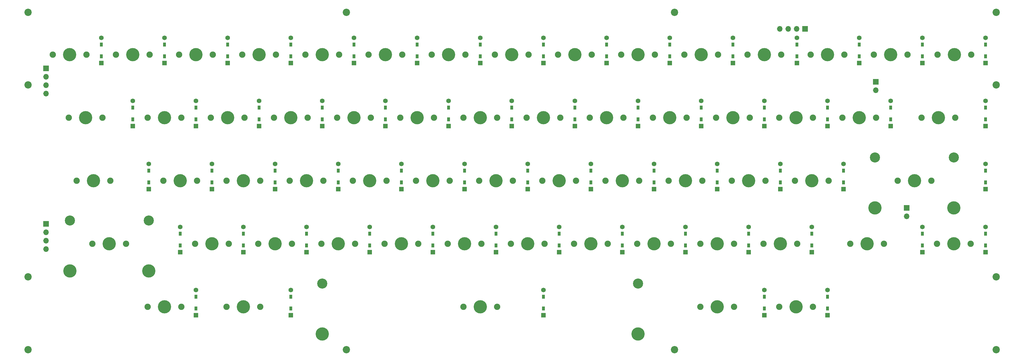
<source format=gbr>
G04 #@! TF.GenerationSoftware,KiCad,Pcbnew,(6.0.11)*
G04 #@! TF.CreationDate,2024-11-25T11:34:00+09:00*
G04 #@! TF.ProjectId,Flame60_PCB_Layer1,466c616d-6536-4305-9f50-43425f4c6179,rev?*
G04 #@! TF.SameCoordinates,Original*
G04 #@! TF.FileFunction,Soldermask,Top*
G04 #@! TF.FilePolarity,Negative*
%FSLAX46Y46*%
G04 Gerber Fmt 4.6, Leading zero omitted, Abs format (unit mm)*
G04 Created by KiCad (PCBNEW (6.0.11)) date 2024-11-25 11:34:00*
%MOMM*%
%LPD*%
G01*
G04 APERTURE LIST*
%ADD10C,4.000000*%
%ADD11C,1.900000*%
%ADD12C,2.200000*%
%ADD13C,3.050000*%
%ADD14R,0.950000X1.300000*%
%ADD15R,1.397000X1.397000*%
%ADD16C,1.397000*%
%ADD17R,1.700000X1.700000*%
%ADD18O,1.700000X1.700000*%
G04 APERTURE END LIST*
D10*
X345281250Y-130968750D03*
D11*
X350361250Y-130968750D03*
X340201250Y-130968750D03*
X88423750Y-92868750D03*
X78263750Y-92868750D03*
D10*
X83343750Y-92868750D03*
D11*
X149701250Y-73818750D03*
X159861250Y-73818750D03*
D10*
X154781250Y-73818750D03*
X85725000Y-111918750D03*
D11*
X80645000Y-111918750D03*
X90805000Y-111918750D03*
D12*
X358000000Y-61000000D03*
D10*
X111918750Y-111918750D03*
D11*
X106838750Y-111918750D03*
X116998750Y-111918750D03*
D12*
X358000000Y-141000000D03*
D11*
X255111250Y-73818750D03*
D10*
X250031250Y-73818750D03*
D11*
X244951250Y-73818750D03*
D10*
X333375000Y-111918750D03*
D13*
X321475000Y-104918750D03*
D10*
X345275000Y-120158750D03*
X321475000Y-120158750D03*
D11*
X338455000Y-111918750D03*
X328295000Y-111918750D03*
D13*
X345275000Y-104918750D03*
D10*
X297656250Y-92868750D03*
D11*
X302736250Y-92868750D03*
X292576250Y-92868750D03*
X116363750Y-130968750D03*
D10*
X121443750Y-130968750D03*
D11*
X126523750Y-130968750D03*
X136048750Y-111918750D03*
X125888750Y-111918750D03*
D10*
X130968750Y-111918750D03*
X273843750Y-130968750D03*
D11*
X278923750Y-130968750D03*
X268763750Y-130968750D03*
D10*
X140493750Y-130968750D03*
D11*
X135413750Y-130968750D03*
X145573750Y-130968750D03*
D12*
X162000000Y-163000000D03*
D11*
X240823750Y-130968750D03*
X230663750Y-130968750D03*
D10*
X235743750Y-130968750D03*
D12*
X261000000Y-163000000D03*
X66000000Y-61000000D03*
D10*
X97631250Y-73818750D03*
D11*
X92551250Y-73818750D03*
X102711250Y-73818750D03*
X278288750Y-111918750D03*
D10*
X283368750Y-111918750D03*
D11*
X288448750Y-111918750D03*
X73501250Y-73818750D03*
D10*
X78581250Y-73818750D03*
D11*
X83661250Y-73818750D03*
D10*
X164306250Y-92868750D03*
D11*
X159226250Y-92868750D03*
X169386250Y-92868750D03*
X217011250Y-73818750D03*
D10*
X211931250Y-73818750D03*
D11*
X206851250Y-73818750D03*
X216376250Y-92868750D03*
X226536250Y-92868750D03*
D10*
X221456250Y-92868750D03*
D11*
X125888750Y-150018750D03*
X136048750Y-150018750D03*
D10*
X130968750Y-150018750D03*
D13*
X102387500Y-123968750D03*
D11*
X85407500Y-130968750D03*
D10*
X78587500Y-139208750D03*
X90487500Y-130968750D03*
D13*
X78587500Y-123968750D03*
D11*
X95567500Y-130968750D03*
D10*
X102387500Y-139208750D03*
D11*
X283051250Y-73818750D03*
D10*
X288131250Y-73818750D03*
D11*
X293211250Y-73818750D03*
D12*
X358000000Y-163000000D03*
X66000000Y-83000000D03*
D10*
X154781250Y-158258750D03*
X250031250Y-158258750D03*
X202406250Y-150018750D03*
D11*
X207486250Y-150018750D03*
D13*
X250031250Y-143018750D03*
D11*
X197326250Y-150018750D03*
D13*
X154781250Y-143018750D03*
D10*
X188118750Y-111918750D03*
D11*
X193198750Y-111918750D03*
X183038750Y-111918750D03*
X331311250Y-73818750D03*
D10*
X326231250Y-73818750D03*
D11*
X321151250Y-73818750D03*
X121126250Y-92868750D03*
X131286250Y-92868750D03*
D10*
X126206250Y-92868750D03*
D11*
X188436250Y-92868750D03*
D10*
X183356250Y-92868750D03*
D11*
X178276250Y-92868750D03*
D10*
X169068750Y-111918750D03*
D11*
X174148750Y-111918750D03*
X163988750Y-111918750D03*
D10*
X269081250Y-73818750D03*
D11*
X264001250Y-73818750D03*
X274161250Y-73818750D03*
X140811250Y-73818750D03*
X130651250Y-73818750D03*
D10*
X135731250Y-73818750D03*
D11*
X221138750Y-111918750D03*
X231298750Y-111918750D03*
D10*
X226218750Y-111918750D03*
D11*
X155098750Y-111918750D03*
X144938750Y-111918750D03*
D10*
X150018750Y-111918750D03*
D11*
X221773750Y-130968750D03*
X211613750Y-130968750D03*
D10*
X216693750Y-130968750D03*
X116681250Y-73818750D03*
D11*
X111601250Y-73818750D03*
X121761250Y-73818750D03*
X335474500Y-92868750D03*
D10*
X340554500Y-92868750D03*
D11*
X345634500Y-92868750D03*
D10*
X245268750Y-111918750D03*
D11*
X250348750Y-111918750D03*
X240188750Y-111918750D03*
D10*
X173831250Y-73818750D03*
D11*
X168751250Y-73818750D03*
X178911250Y-73818750D03*
D10*
X273843750Y-150018750D03*
D11*
X278923750Y-150018750D03*
X268763750Y-150018750D03*
X259873750Y-130968750D03*
D10*
X254793750Y-130968750D03*
D11*
X249713750Y-130968750D03*
X197961250Y-73818750D03*
D10*
X192881250Y-73818750D03*
D11*
X187801250Y-73818750D03*
X212248750Y-111918750D03*
D10*
X207168750Y-111918750D03*
D11*
X202088750Y-111918750D03*
D10*
X159543750Y-130968750D03*
D11*
X164623750Y-130968750D03*
X154463750Y-130968750D03*
X202723750Y-130968750D03*
X192563750Y-130968750D03*
D10*
X197643750Y-130968750D03*
D11*
X321786250Y-92868750D03*
D10*
X316706250Y-92868750D03*
D11*
X311626250Y-92868750D03*
X307498750Y-111918750D03*
D10*
X302418750Y-111918750D03*
D11*
X297338750Y-111918750D03*
D12*
X66000000Y-163000000D03*
D11*
X302101250Y-73818750D03*
X312261250Y-73818750D03*
D10*
X307181250Y-73818750D03*
D12*
X358000000Y-83000000D03*
D11*
X297973750Y-130968750D03*
D10*
X292893750Y-130968750D03*
D11*
X287813750Y-130968750D03*
D10*
X145256250Y-92868750D03*
D11*
X150336250Y-92868750D03*
X140176250Y-92868750D03*
X173513750Y-130968750D03*
X183673750Y-130968750D03*
D10*
X178593750Y-130968750D03*
X240506250Y-92868750D03*
D11*
X245586250Y-92868750D03*
X235426250Y-92868750D03*
X112236250Y-150018750D03*
D10*
X107156250Y-150018750D03*
D11*
X102076250Y-150018750D03*
D12*
X66000000Y-141000000D03*
D11*
X197326250Y-92868750D03*
X207486250Y-92868750D03*
D10*
X202406250Y-92868750D03*
X230981250Y-73818750D03*
D11*
X236061250Y-73818750D03*
X225901250Y-73818750D03*
X324167500Y-130968750D03*
D10*
X319087500Y-130968750D03*
D11*
X314007500Y-130968750D03*
D12*
X162000000Y-61000000D03*
D11*
X273526250Y-92868750D03*
D10*
X278606250Y-92868750D03*
D11*
X283686250Y-92868750D03*
D12*
X261000000Y-61000000D03*
D11*
X254476250Y-92868750D03*
D10*
X259556250Y-92868750D03*
D11*
X264636250Y-92868750D03*
X269398750Y-111918750D03*
X259238750Y-111918750D03*
D10*
X264318750Y-111918750D03*
D11*
X102076250Y-92868750D03*
D10*
X107156250Y-92868750D03*
D11*
X112236250Y-92868750D03*
X302736250Y-150018750D03*
X292576250Y-150018750D03*
D10*
X297656250Y-150018750D03*
X345376500Y-73818750D03*
D11*
X350456500Y-73818750D03*
X340296500Y-73818750D03*
D14*
X116681250Y-150525000D03*
D15*
X116681250Y-152560000D03*
D14*
X116681250Y-146975000D03*
D16*
X116681250Y-144940000D03*
D15*
X264318750Y-133510000D03*
D14*
X264318750Y-131475000D03*
X264318750Y-127925000D03*
D16*
X264318750Y-125890000D03*
D15*
X202406250Y-76378750D03*
D14*
X202406250Y-74343750D03*
D16*
X202406250Y-68758750D03*
D14*
X202406250Y-70793750D03*
X150018750Y-131475000D03*
D15*
X150018750Y-133510000D03*
D16*
X150018750Y-125890000D03*
D14*
X150018750Y-127925000D03*
X140493750Y-112425000D03*
D15*
X140493750Y-114460000D03*
D14*
X140493750Y-108875000D03*
D16*
X140493750Y-106840000D03*
D14*
X354806250Y-112425000D03*
D15*
X354806250Y-114460000D03*
D14*
X354806250Y-108875000D03*
D16*
X354806250Y-106840000D03*
D14*
X102393750Y-112425000D03*
D15*
X102393750Y-114460000D03*
D16*
X102393750Y-106840000D03*
D14*
X102393750Y-108875000D03*
X126206250Y-74343750D03*
D15*
X126206250Y-76378750D03*
D14*
X126206250Y-70793750D03*
D16*
X126206250Y-68758750D03*
D15*
X216693750Y-114460000D03*
D14*
X216693750Y-112425000D03*
D16*
X216693750Y-106840000D03*
D14*
X216693750Y-108875000D03*
D15*
X121443750Y-114460000D03*
D14*
X121443750Y-112425000D03*
X121443750Y-108875000D03*
D16*
X121443750Y-106840000D03*
D14*
X88106250Y-74343750D03*
D15*
X88106250Y-76378750D03*
D16*
X88106250Y-68758750D03*
D14*
X88106250Y-70793750D03*
D15*
X269081250Y-95410000D03*
D14*
X269081250Y-93375000D03*
D16*
X269081250Y-87790000D03*
D14*
X269081250Y-89825000D03*
D15*
X259556250Y-76378750D03*
D14*
X259556250Y-74343750D03*
X259556250Y-70793750D03*
D16*
X259556250Y-68758750D03*
D17*
X71400000Y-125000000D03*
D18*
X71400000Y-127540000D03*
X71400000Y-130080000D03*
X71400000Y-132620000D03*
D14*
X230981250Y-93375000D03*
D15*
X230981250Y-95410000D03*
D16*
X230981250Y-87790000D03*
D14*
X230981250Y-89825000D03*
D15*
X273843750Y-114460000D03*
D14*
X273843750Y-112425000D03*
D16*
X273843750Y-106840000D03*
D14*
X273843750Y-108875000D03*
X116681250Y-93375000D03*
D15*
X116681250Y-95410000D03*
D14*
X116681250Y-89825000D03*
D16*
X116681250Y-87790000D03*
D15*
X250031250Y-95410000D03*
D14*
X250031250Y-93375000D03*
X250031250Y-89825000D03*
D16*
X250031250Y-87790000D03*
D14*
X354806250Y-74343750D03*
D15*
X354806250Y-76378750D03*
D14*
X354806250Y-70793750D03*
D16*
X354806250Y-68758750D03*
D15*
X154781250Y-95410000D03*
D14*
X154781250Y-93375000D03*
D16*
X154781250Y-87790000D03*
D14*
X154781250Y-89825000D03*
X307181250Y-150525000D03*
D15*
X307181250Y-152560000D03*
D14*
X307181250Y-146975000D03*
D16*
X307181250Y-144940000D03*
D14*
X192881250Y-93375000D03*
D15*
X192881250Y-95410000D03*
D16*
X192881250Y-87790000D03*
D14*
X192881250Y-89825000D03*
D15*
X235743750Y-114460000D03*
D14*
X235743750Y-112425000D03*
D16*
X235743750Y-106840000D03*
D14*
X235743750Y-108875000D03*
D15*
X326231250Y-95410000D03*
D14*
X326231250Y-93375000D03*
D16*
X326231250Y-87790000D03*
D14*
X326231250Y-89825000D03*
D17*
X300355000Y-66043750D03*
D18*
X297815000Y-66043750D03*
X295275000Y-66043750D03*
X292735000Y-66043750D03*
D14*
X188118750Y-131475000D03*
D15*
X188118750Y-133510000D03*
D14*
X188118750Y-127925000D03*
D16*
X188118750Y-125890000D03*
D14*
X197643750Y-112425000D03*
D15*
X197643750Y-114460000D03*
D14*
X197643750Y-108875000D03*
D16*
X197643750Y-106840000D03*
D14*
X130968750Y-131475000D03*
D15*
X130968750Y-133510000D03*
D14*
X130968750Y-127925000D03*
D16*
X130968750Y-125890000D03*
D15*
X278606250Y-76378750D03*
D14*
X278606250Y-74343750D03*
D16*
X278606250Y-68758750D03*
D14*
X278606250Y-70793750D03*
D17*
X71400000Y-78000000D03*
D18*
X71400000Y-80540000D03*
X71400000Y-83080000D03*
X71400000Y-85620000D03*
D14*
X288131250Y-93375000D03*
D15*
X288131250Y-95410000D03*
D16*
X288131250Y-87790000D03*
D14*
X288131250Y-89825000D03*
X254793750Y-112425000D03*
D15*
X254793750Y-114460000D03*
D16*
X254793750Y-106840000D03*
D14*
X254793750Y-108875000D03*
X354806250Y-93375000D03*
D15*
X354806250Y-95410000D03*
D14*
X354806250Y-89825000D03*
D16*
X354806250Y-87790000D03*
D14*
X173831250Y-93375000D03*
D15*
X173831250Y-95410000D03*
D16*
X173831250Y-87790000D03*
D14*
X173831250Y-89825000D03*
X178593750Y-112425000D03*
D15*
X178593750Y-114460000D03*
D14*
X178593750Y-108875000D03*
D16*
X178593750Y-106840000D03*
D15*
X307181250Y-95410000D03*
D14*
X307181250Y-93375000D03*
D16*
X307181250Y-87790000D03*
D14*
X307181250Y-89825000D03*
X335756250Y-74343750D03*
D15*
X335756250Y-76378750D03*
D16*
X335756250Y-68758750D03*
D14*
X335756250Y-70793750D03*
X164306250Y-74343750D03*
D15*
X164306250Y-76378750D03*
D14*
X164306250Y-70793750D03*
D16*
X164306250Y-68758750D03*
D17*
X321700000Y-82000000D03*
D18*
X321700000Y-84540000D03*
D14*
X297906250Y-74343750D03*
D15*
X297906250Y-76378750D03*
D16*
X297906250Y-68758750D03*
D14*
X297906250Y-70793750D03*
D15*
X240506250Y-76378750D03*
D14*
X240506250Y-74343750D03*
X240506250Y-70793750D03*
D16*
X240506250Y-68758750D03*
D15*
X292893750Y-114460000D03*
D14*
X292893750Y-112425000D03*
X292893750Y-108875000D03*
D16*
X292893750Y-106840000D03*
D15*
X97631250Y-95410000D03*
D14*
X97631250Y-93375000D03*
D16*
X97631250Y-87790000D03*
D14*
X97631250Y-89825000D03*
D17*
X330993750Y-120113750D03*
D18*
X330993750Y-122653750D03*
D14*
X335756250Y-131475000D03*
D15*
X335756250Y-133510000D03*
D16*
X335756250Y-125890000D03*
D14*
X335756250Y-127925000D03*
X226218750Y-131475000D03*
D15*
X226218750Y-133510000D03*
D16*
X226218750Y-125890000D03*
D14*
X226218750Y-127925000D03*
D15*
X183356250Y-76378750D03*
D14*
X183356250Y-74343750D03*
X183356250Y-70793750D03*
D16*
X183356250Y-68758750D03*
D14*
X111918750Y-131475000D03*
D15*
X111918750Y-133510000D03*
D14*
X111918750Y-127925000D03*
D16*
X111918750Y-125890000D03*
D14*
X221456250Y-74343750D03*
D15*
X221456250Y-76378750D03*
D14*
X221456250Y-70793750D03*
D16*
X221456250Y-68758750D03*
D15*
X302418750Y-133510000D03*
D14*
X302418750Y-131475000D03*
X302418750Y-127925000D03*
D16*
X302418750Y-125890000D03*
D15*
X107156250Y-76378750D03*
D14*
X107156250Y-74343750D03*
X107156250Y-70793750D03*
D16*
X107156250Y-68758750D03*
D15*
X316706250Y-76378750D03*
D14*
X316706250Y-74343750D03*
D16*
X316706250Y-68758750D03*
D14*
X316706250Y-70793750D03*
X283368750Y-131475000D03*
D15*
X283368750Y-133510000D03*
D14*
X283368750Y-127925000D03*
D16*
X283368750Y-125890000D03*
D14*
X159543750Y-112425000D03*
D15*
X159543750Y-114460000D03*
D16*
X159543750Y-106840000D03*
D14*
X159543750Y-108875000D03*
X145256250Y-150525000D03*
D15*
X145256250Y-152560000D03*
D16*
X145256250Y-144940000D03*
D14*
X145256250Y-146975000D03*
X145256250Y-74343750D03*
D15*
X145256250Y-76378750D03*
D14*
X145256250Y-70793750D03*
D16*
X145256250Y-68758750D03*
D15*
X311943750Y-114460000D03*
D14*
X311943750Y-112425000D03*
D16*
X311943750Y-106840000D03*
D14*
X311943750Y-108875000D03*
D15*
X221456250Y-152560000D03*
D14*
X221456250Y-150525000D03*
D16*
X221456250Y-144940000D03*
D14*
X221456250Y-146975000D03*
D15*
X288131250Y-152560000D03*
D14*
X288131250Y-150525000D03*
X288131250Y-146975000D03*
D16*
X288131250Y-144940000D03*
D15*
X169068750Y-133510000D03*
D14*
X169068750Y-131475000D03*
D16*
X169068750Y-125890000D03*
D14*
X169068750Y-127925000D03*
D15*
X354806250Y-133510000D03*
D14*
X354806250Y-131475000D03*
X354806250Y-127925000D03*
D16*
X354806250Y-125890000D03*
D15*
X245268750Y-133510000D03*
D14*
X245268750Y-131475000D03*
X245268750Y-127925000D03*
D16*
X245268750Y-125890000D03*
D15*
X135731250Y-95410000D03*
D14*
X135731250Y-93375000D03*
X135731250Y-89825000D03*
D16*
X135731250Y-87790000D03*
D14*
X207168750Y-131475000D03*
D15*
X207168750Y-133510000D03*
D16*
X207168750Y-125890000D03*
D14*
X207168750Y-127925000D03*
D15*
X211931250Y-95410000D03*
D14*
X211931250Y-93375000D03*
D16*
X211931250Y-87790000D03*
D14*
X211931250Y-89825000D03*
M02*

</source>
